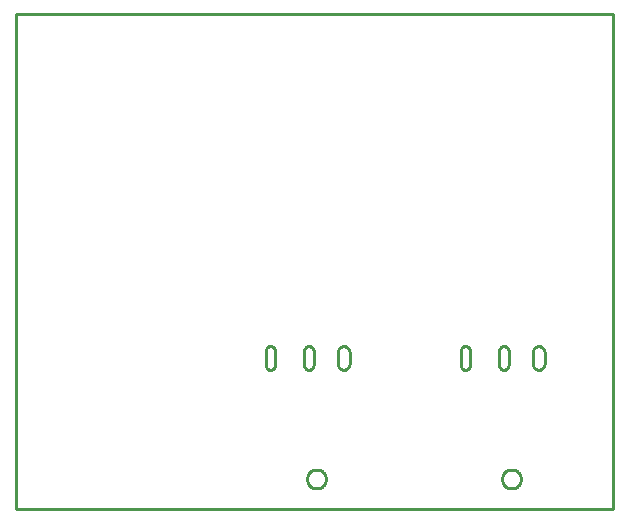
<source format=gbr>
G04 EAGLE Gerber X2 export*
%TF.Part,Single*%
%TF.FileFunction,Profile,NP*%
%TF.FilePolarity,Positive*%
%TF.GenerationSoftware,Autodesk,EAGLE,9.0.0*%
%TF.CreationDate,2019-09-16T04:44:38Z*%
G75*
%MOMM*%
%FSLAX34Y34*%
%LPD*%
%AMOC8*
5,1,8,0,0,1.08239X$1,22.5*%
G01*
%ADD10C,0.254000*%


D10*
X0Y0D02*
X504700Y0D01*
X504700Y419000D01*
X0Y419000D01*
X0Y0D01*
X211000Y121900D02*
X211015Y121551D01*
X211061Y121205D01*
X211136Y120865D01*
X211241Y120532D01*
X211375Y120210D01*
X211536Y119900D01*
X211723Y119606D01*
X211936Y119329D01*
X212172Y119072D01*
X212429Y118836D01*
X212706Y118623D01*
X213000Y118436D01*
X213310Y118275D01*
X213632Y118141D01*
X213965Y118036D01*
X214305Y117961D01*
X214651Y117915D01*
X215000Y117900D01*
X215349Y117915D01*
X215695Y117961D01*
X216035Y118036D01*
X216368Y118141D01*
X216690Y118275D01*
X217000Y118436D01*
X217294Y118623D01*
X217571Y118836D01*
X217828Y119072D01*
X218064Y119329D01*
X218277Y119606D01*
X218464Y119900D01*
X218625Y120210D01*
X218759Y120532D01*
X218864Y120865D01*
X218939Y121205D01*
X218985Y121551D01*
X219000Y121900D01*
X219000Y133900D01*
X218985Y134249D01*
X218939Y134595D01*
X218864Y134935D01*
X218759Y135268D01*
X218625Y135590D01*
X218464Y135900D01*
X218277Y136194D01*
X218064Y136471D01*
X217828Y136728D01*
X217571Y136964D01*
X217294Y137177D01*
X217000Y137364D01*
X216690Y137525D01*
X216368Y137659D01*
X216035Y137764D01*
X215695Y137839D01*
X215349Y137885D01*
X215000Y137900D01*
X214651Y137885D01*
X214305Y137839D01*
X213965Y137764D01*
X213632Y137659D01*
X213310Y137525D01*
X213000Y137364D01*
X212706Y137177D01*
X212429Y136964D01*
X212172Y136728D01*
X211936Y136471D01*
X211723Y136194D01*
X211536Y135900D01*
X211375Y135590D01*
X211241Y135268D01*
X211136Y134935D01*
X211061Y134595D01*
X211015Y134249D01*
X211000Y133900D01*
X211000Y121900D01*
X272000Y122900D02*
X272019Y122464D01*
X272076Y122032D01*
X272170Y121606D01*
X272302Y121190D01*
X272468Y120787D01*
X272670Y120400D01*
X272904Y120032D01*
X273170Y119686D01*
X273464Y119364D01*
X273786Y119070D01*
X274132Y118804D01*
X274500Y118570D01*
X274887Y118368D01*
X275290Y118202D01*
X275706Y118070D01*
X276132Y117976D01*
X276564Y117919D01*
X277000Y117900D01*
X277436Y117919D01*
X277868Y117976D01*
X278294Y118070D01*
X278710Y118202D01*
X279113Y118368D01*
X279500Y118570D01*
X279868Y118804D01*
X280214Y119070D01*
X280536Y119364D01*
X280830Y119686D01*
X281096Y120032D01*
X281330Y120400D01*
X281532Y120787D01*
X281698Y121190D01*
X281830Y121606D01*
X281924Y122032D01*
X281981Y122464D01*
X282000Y122900D01*
X282000Y132900D01*
X281981Y133336D01*
X281924Y133768D01*
X281830Y134194D01*
X281698Y134610D01*
X281532Y135013D01*
X281330Y135400D01*
X281096Y135768D01*
X280830Y136114D01*
X280536Y136436D01*
X280214Y136730D01*
X279868Y136996D01*
X279500Y137230D01*
X279113Y137432D01*
X278710Y137598D01*
X278294Y137730D01*
X277868Y137824D01*
X277436Y137881D01*
X277000Y137900D01*
X276564Y137881D01*
X276132Y137824D01*
X275706Y137730D01*
X275290Y137598D01*
X274887Y137432D01*
X274500Y137230D01*
X274132Y136996D01*
X273786Y136730D01*
X273464Y136436D01*
X273170Y136114D01*
X272904Y135768D01*
X272670Y135400D01*
X272468Y135013D01*
X272302Y134610D01*
X272170Y134194D01*
X272076Y133768D01*
X272019Y133336D01*
X272000Y132900D01*
X272000Y122900D01*
X243500Y121900D02*
X243515Y121551D01*
X243561Y121205D01*
X243636Y120865D01*
X243741Y120532D01*
X243875Y120210D01*
X244036Y119900D01*
X244223Y119606D01*
X244436Y119329D01*
X244672Y119072D01*
X244929Y118836D01*
X245206Y118623D01*
X245500Y118436D01*
X245810Y118275D01*
X246132Y118141D01*
X246465Y118036D01*
X246805Y117961D01*
X247151Y117915D01*
X247500Y117900D01*
X247849Y117915D01*
X248195Y117961D01*
X248535Y118036D01*
X248868Y118141D01*
X249190Y118275D01*
X249500Y118436D01*
X249794Y118623D01*
X250071Y118836D01*
X250328Y119072D01*
X250564Y119329D01*
X250777Y119606D01*
X250964Y119900D01*
X251125Y120210D01*
X251259Y120532D01*
X251364Y120865D01*
X251439Y121205D01*
X251485Y121551D01*
X251500Y121900D01*
X251500Y133900D01*
X251485Y134249D01*
X251439Y134595D01*
X251364Y134935D01*
X251259Y135268D01*
X251125Y135590D01*
X250964Y135900D01*
X250777Y136194D01*
X250564Y136471D01*
X250328Y136728D01*
X250071Y136964D01*
X249794Y137177D01*
X249500Y137364D01*
X249190Y137525D01*
X248868Y137659D01*
X248535Y137764D01*
X248195Y137839D01*
X247849Y137885D01*
X247500Y137900D01*
X247151Y137885D01*
X246805Y137839D01*
X246465Y137764D01*
X246132Y137659D01*
X245810Y137525D01*
X245500Y137364D01*
X245206Y137177D01*
X244929Y136964D01*
X244672Y136728D01*
X244436Y136471D01*
X244223Y136194D01*
X244036Y135900D01*
X243875Y135590D01*
X243741Y135268D01*
X243636Y134935D01*
X243561Y134595D01*
X243515Y134249D01*
X243500Y133900D01*
X243500Y121900D01*
X376100Y121900D02*
X376115Y121551D01*
X376161Y121205D01*
X376236Y120865D01*
X376341Y120532D01*
X376475Y120210D01*
X376636Y119900D01*
X376823Y119606D01*
X377036Y119329D01*
X377272Y119072D01*
X377529Y118836D01*
X377806Y118623D01*
X378100Y118436D01*
X378410Y118275D01*
X378732Y118141D01*
X379065Y118036D01*
X379405Y117961D01*
X379751Y117915D01*
X380100Y117900D01*
X380449Y117915D01*
X380795Y117961D01*
X381135Y118036D01*
X381468Y118141D01*
X381790Y118275D01*
X382100Y118436D01*
X382394Y118623D01*
X382671Y118836D01*
X382928Y119072D01*
X383164Y119329D01*
X383377Y119606D01*
X383564Y119900D01*
X383725Y120210D01*
X383859Y120532D01*
X383964Y120865D01*
X384039Y121205D01*
X384085Y121551D01*
X384100Y121900D01*
X384100Y133900D01*
X384085Y134249D01*
X384039Y134595D01*
X383964Y134935D01*
X383859Y135268D01*
X383725Y135590D01*
X383564Y135900D01*
X383377Y136194D01*
X383164Y136471D01*
X382928Y136728D01*
X382671Y136964D01*
X382394Y137177D01*
X382100Y137364D01*
X381790Y137525D01*
X381468Y137659D01*
X381135Y137764D01*
X380795Y137839D01*
X380449Y137885D01*
X380100Y137900D01*
X379751Y137885D01*
X379405Y137839D01*
X379065Y137764D01*
X378732Y137659D01*
X378410Y137525D01*
X378100Y137364D01*
X377806Y137177D01*
X377529Y136964D01*
X377272Y136728D01*
X377036Y136471D01*
X376823Y136194D01*
X376636Y135900D01*
X376475Y135590D01*
X376341Y135268D01*
X376236Y134935D01*
X376161Y134595D01*
X376115Y134249D01*
X376100Y133900D01*
X376100Y121900D01*
X437100Y122900D02*
X437119Y122464D01*
X437176Y122032D01*
X437270Y121606D01*
X437402Y121190D01*
X437568Y120787D01*
X437770Y120400D01*
X438004Y120032D01*
X438270Y119686D01*
X438564Y119364D01*
X438886Y119070D01*
X439232Y118804D01*
X439600Y118570D01*
X439987Y118368D01*
X440390Y118202D01*
X440806Y118070D01*
X441232Y117976D01*
X441664Y117919D01*
X442100Y117900D01*
X442536Y117919D01*
X442968Y117976D01*
X443394Y118070D01*
X443810Y118202D01*
X444213Y118368D01*
X444600Y118570D01*
X444968Y118804D01*
X445314Y119070D01*
X445636Y119364D01*
X445930Y119686D01*
X446196Y120032D01*
X446430Y120400D01*
X446632Y120787D01*
X446798Y121190D01*
X446930Y121606D01*
X447024Y122032D01*
X447081Y122464D01*
X447100Y122900D01*
X447100Y132900D01*
X447081Y133336D01*
X447024Y133768D01*
X446930Y134194D01*
X446798Y134610D01*
X446632Y135013D01*
X446430Y135400D01*
X446196Y135768D01*
X445930Y136114D01*
X445636Y136436D01*
X445314Y136730D01*
X444968Y136996D01*
X444600Y137230D01*
X444213Y137432D01*
X443810Y137598D01*
X443394Y137730D01*
X442968Y137824D01*
X442536Y137881D01*
X442100Y137900D01*
X441664Y137881D01*
X441232Y137824D01*
X440806Y137730D01*
X440390Y137598D01*
X439987Y137432D01*
X439600Y137230D01*
X439232Y136996D01*
X438886Y136730D01*
X438564Y136436D01*
X438270Y136114D01*
X438004Y135768D01*
X437770Y135400D01*
X437568Y135013D01*
X437402Y134610D01*
X437270Y134194D01*
X437176Y133768D01*
X437119Y133336D01*
X437100Y132900D01*
X437100Y122900D01*
X408600Y121900D02*
X408615Y121551D01*
X408661Y121205D01*
X408736Y120865D01*
X408841Y120532D01*
X408975Y120210D01*
X409136Y119900D01*
X409323Y119606D01*
X409536Y119329D01*
X409772Y119072D01*
X410029Y118836D01*
X410306Y118623D01*
X410600Y118436D01*
X410910Y118275D01*
X411232Y118141D01*
X411565Y118036D01*
X411905Y117961D01*
X412251Y117915D01*
X412600Y117900D01*
X412949Y117915D01*
X413295Y117961D01*
X413635Y118036D01*
X413968Y118141D01*
X414290Y118275D01*
X414600Y118436D01*
X414894Y118623D01*
X415171Y118836D01*
X415428Y119072D01*
X415664Y119329D01*
X415877Y119606D01*
X416064Y119900D01*
X416225Y120210D01*
X416359Y120532D01*
X416464Y120865D01*
X416539Y121205D01*
X416585Y121551D01*
X416600Y121900D01*
X416600Y133900D01*
X416585Y134249D01*
X416539Y134595D01*
X416464Y134935D01*
X416359Y135268D01*
X416225Y135590D01*
X416064Y135900D01*
X415877Y136194D01*
X415664Y136471D01*
X415428Y136728D01*
X415171Y136964D01*
X414894Y137177D01*
X414600Y137364D01*
X414290Y137525D01*
X413968Y137659D01*
X413635Y137764D01*
X413295Y137839D01*
X412949Y137885D01*
X412600Y137900D01*
X412251Y137885D01*
X411905Y137839D01*
X411565Y137764D01*
X411232Y137659D01*
X410910Y137525D01*
X410600Y137364D01*
X410306Y137177D01*
X410029Y136964D01*
X409772Y136728D01*
X409536Y136471D01*
X409323Y136194D01*
X409136Y135900D01*
X408975Y135590D01*
X408841Y135268D01*
X408736Y134935D01*
X408661Y134595D01*
X408615Y134249D01*
X408600Y133900D01*
X408600Y121900D01*
X411100Y25793D02*
X411177Y26575D01*
X411330Y27346D01*
X411559Y28098D01*
X411859Y28825D01*
X412230Y29518D01*
X412667Y30171D01*
X413165Y30779D01*
X413721Y31335D01*
X414329Y31833D01*
X414982Y32270D01*
X415675Y32641D01*
X416402Y32941D01*
X417154Y33170D01*
X417925Y33323D01*
X418707Y33400D01*
X419493Y33400D01*
X420275Y33323D01*
X421046Y33170D01*
X421798Y32941D01*
X422525Y32641D01*
X423218Y32270D01*
X423871Y31833D01*
X424479Y31335D01*
X425035Y30779D01*
X425533Y30171D01*
X425970Y29518D01*
X426341Y28825D01*
X426641Y28098D01*
X426870Y27346D01*
X427023Y26575D01*
X427100Y25793D01*
X427100Y25007D01*
X427023Y24225D01*
X426870Y23454D01*
X426641Y22702D01*
X426341Y21975D01*
X425970Y21282D01*
X425533Y20629D01*
X425035Y20021D01*
X424479Y19465D01*
X423871Y18967D01*
X423218Y18530D01*
X422525Y18159D01*
X421798Y17859D01*
X421046Y17630D01*
X420275Y17477D01*
X419493Y17400D01*
X418707Y17400D01*
X417925Y17477D01*
X417154Y17630D01*
X416402Y17859D01*
X415675Y18159D01*
X414982Y18530D01*
X414329Y18967D01*
X413721Y19465D01*
X413165Y20021D01*
X412667Y20629D01*
X412230Y21282D01*
X411859Y21975D01*
X411559Y22702D01*
X411330Y23454D01*
X411177Y24225D01*
X411100Y25007D01*
X411100Y25793D01*
X246000Y25793D02*
X246077Y26575D01*
X246230Y27346D01*
X246459Y28098D01*
X246759Y28825D01*
X247130Y29518D01*
X247567Y30171D01*
X248065Y30779D01*
X248621Y31335D01*
X249229Y31833D01*
X249882Y32270D01*
X250575Y32641D01*
X251302Y32941D01*
X252054Y33170D01*
X252825Y33323D01*
X253607Y33400D01*
X254393Y33400D01*
X255175Y33323D01*
X255946Y33170D01*
X256698Y32941D01*
X257425Y32641D01*
X258118Y32270D01*
X258771Y31833D01*
X259379Y31335D01*
X259935Y30779D01*
X260433Y30171D01*
X260870Y29518D01*
X261241Y28825D01*
X261541Y28098D01*
X261770Y27346D01*
X261923Y26575D01*
X262000Y25793D01*
X262000Y25007D01*
X261923Y24225D01*
X261770Y23454D01*
X261541Y22702D01*
X261241Y21975D01*
X260870Y21282D01*
X260433Y20629D01*
X259935Y20021D01*
X259379Y19465D01*
X258771Y18967D01*
X258118Y18530D01*
X257425Y18159D01*
X256698Y17859D01*
X255946Y17630D01*
X255175Y17477D01*
X254393Y17400D01*
X253607Y17400D01*
X252825Y17477D01*
X252054Y17630D01*
X251302Y17859D01*
X250575Y18159D01*
X249882Y18530D01*
X249229Y18967D01*
X248621Y19465D01*
X248065Y20021D01*
X247567Y20629D01*
X247130Y21282D01*
X246759Y21975D01*
X246459Y22702D01*
X246230Y23454D01*
X246077Y24225D01*
X246000Y25007D01*
X246000Y25793D01*
M02*

</source>
